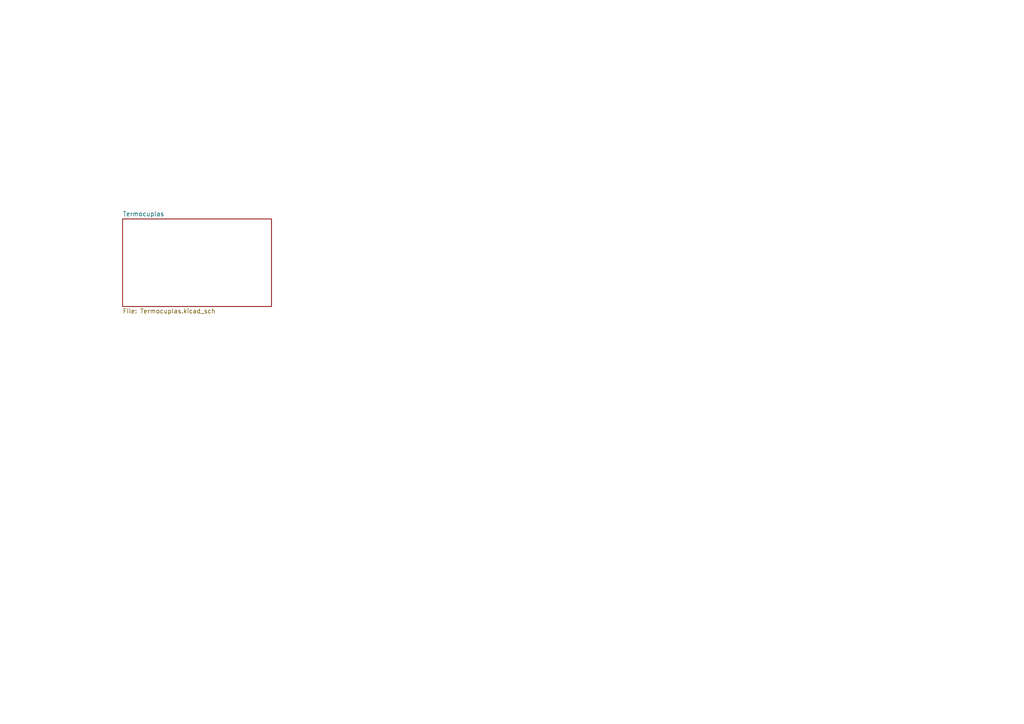
<source format=kicad_sch>
(kicad_sch (version 20211123) (generator eeschema)
  (paper "A4")
  (lib_symbols)
  (sheet (at 35.56 63.5) (size 43.18 25.4) (stroke (width 0.1524))
    (property "Sheet name" "Termocuplas" (at 35.56 62.7884 0) (effects (justify left bottom)))
    (property "Sheet file" "Termocuplas.kicad_sch" (at 35.56 89.4846 0) (effects (justify left top)))
  )
)
</source>
